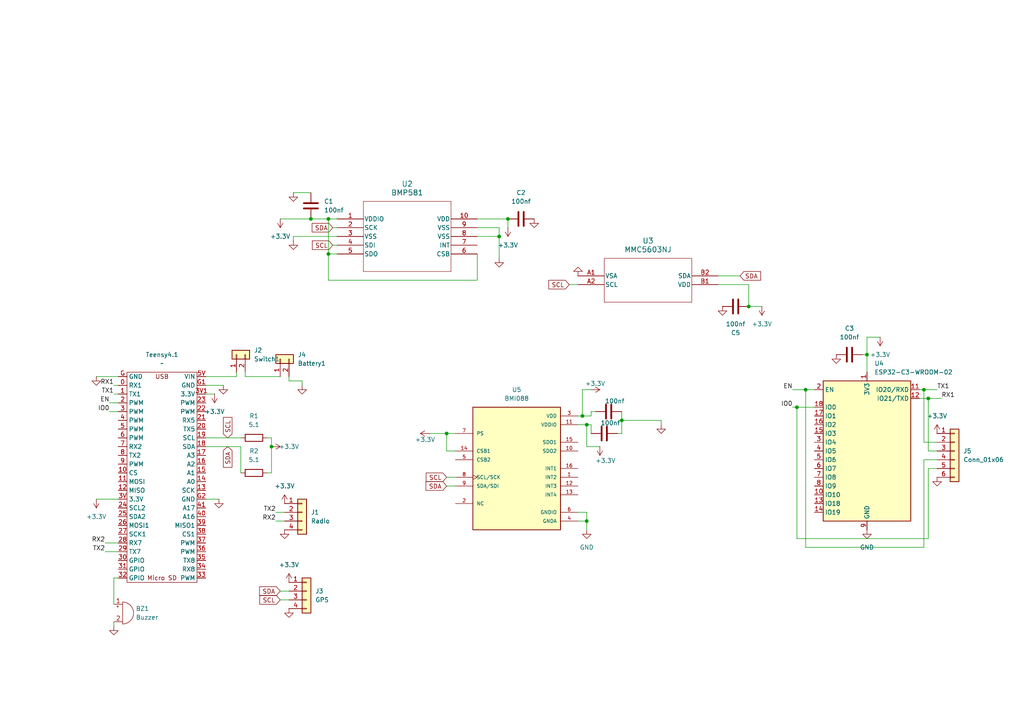
<source format=kicad_sch>
(kicad_sch (version 20250114) (generator "eeschema") (generator_version "9.0")
  (paper "A4")
  (lib_symbols
    (symbol "Altimer parts:BMP581" (pin_names (offset 0.254))
      (property "Reference" "U" (at 20.32 10.16 0))
      (property "Value" "BMP581" (at 20.32 7.62 0))
      (symbol "BMP581_0_1"
        (polyline (pts (xy 7.62 5.08) (xy 7.62 -15.24)) (stroke (width 0.127)))
        (polyline (pts (xy 7.62 -15.24) (xy 33.02 -15.24)) (stroke (width 0.127)))
        (polyline (pts (xy 33.02 5.08) (xy 7.62 5.08)) (stroke (width 0.127)))
        (polyline (pts (xy 33.02 -15.24) (xy 33.02 5.08)) (stroke (width 0.127)))
        (pin power_in line (at 0 0 0) (length 7.62) (name "VDDIO") (number "1"))
        (pin unspecified line (at 0 -2.54 0) (length 7.62) (name "SCK") (number "2"))
        (pin power_out line (at 0 -5.08 0) (length 7.62) (name "VSS") (number "3"))
        (pin unspecified line (at 0 -7.62 0) (length 7.62) (name "SDI") (number "4"))
        (pin unspecified line (at 0 -10.16 0) (length 7.62) (name "SDO") (number "5"))
        (pin power_in line (at 40.64 0 180) (length 7.62) (name "VDD") (number "10"))
        (pin power_out line (at 40.64 -2.54 180) (length 7.62) (name "VSS") (number "9"))
        (pin power_out line (at 40.64 -5.08 180) (length 7.62) (name "VSS") (number "8"))
        (pin input line (at 40.64 -7.62 180) (length 7.62) (name "INT") (number "7"))
        (pin unspecified line (at 40.64 -10.16 180) (length 7.62) (name "CSB") (number "6"))
      )
    )
    (symbol "Connector_Generic:Conn_01x02" (pin_names (offset 1.016) (hide yes))
      (property "Reference" "J" (at 0 2.54 0))
      (property "Value" "Conn_01x02" (at 0 -5.08 0))
      (symbol "Conn_01x02_1_1"
        (rectangle (start -1.27 1.27) (end 1.27 -3.81) (stroke (width 0.254)) (fill (type background)))
        (rectangle (start -1.27 0.127) (end 0 -0.127) (stroke (width 0.1524)))
        (rectangle (start -1.27 -2.413) (end 0 -2.667) (stroke (width 0.1524)))
        (pin passive line (at -5.08 0 0) (length 3.81) (name "Pin_1") (number "1"))
        (pin passive line (at -5.08 -2.54 0) (length 3.81) (name "Pin_2") (number "2"))
      )
    )
    (symbol "Connector_Generic:Conn_01x04" (pin_names (offset 1.016) (hide yes))
      (property "Reference" "J" (at 0 5.08 0))
      (property "Value" "Conn_01x04" (at 0 -7.62 0))
      (symbol "Conn_01x04_1_1"
        (rectangle (start -1.27 3.81) (end 1.27 -6.35) (stroke (width 0.254)) (fill (type background)))
        (rectangle (start -1.27 2.667) (end 0 2.413) (stroke (width 0.1524)))
        (rectangle (start -1.27 0.127) (end 0 -0.127) (stroke (width 0.1524)))
        (rectangle (start -1.27 -2.413) (end 0 -2.667) (stroke (width 0.1524)))
        (rectangle (start -1.27 -4.953) (end 0 -5.207) (stroke (width 0.1524)))
        (pin passive line (at -5.08 2.54 0) (length 3.81) (name "Pin_1") (number "1"))
        (pin passive line (at -5.08 0 0) (length 3.81) (name "Pin_2") (number "2"))
        (pin passive line (at -5.08 -2.54 0) (length 3.81) (name "Pin_3") (number "3"))
        (pin passive line (at -5.08 -5.08 0) (length 3.81) (name "Pin_4") (number "4"))
      )
    )
    (symbol "Connector_Generic:Conn_01x06" (pin_names (offset 1.016) (hide yes))
      (property "Reference" "J" (at 0 7.62 0))
      (property "Value" "Conn_01x06" (at 0 -10.16 0))
      (symbol "Conn_01x06_1_1"
        (rectangle (start -1.27 6.35) (end 1.27 -8.89) (stroke (width 0.254)) (fill (type background)))
        (rectangle (start -1.27 5.207) (end 0 4.953) (stroke (width 0.1524)))
        (rectangle (start -1.27 2.667) (end 0 2.413) (stroke (width 0.1524)))
        (rectangle (start -1.27 0.127) (end 0 -0.127) (stroke (width 0.1524)))
        (rectangle (start -1.27 -2.413) (end 0 -2.667) (stroke (width 0.1524)))
        (rectangle (start -1.27 -4.953) (end 0 -5.207) (stroke (width 0.1524)))
        (rectangle (start -1.27 -7.493) (end 0 -7.747) (stroke (width 0.1524)))
        (pin passive line (at -5.08 5.08 0) (length 3.81) (name "Pin_1") (number "1"))
        (pin passive line (at -5.08 2.54 0) (length 3.81) (name "Pin_2") (number "2"))
        (pin passive line (at -5.08 0 0) (length 3.81) (name "Pin_3") (number "3"))
        (pin passive line (at -5.08 -2.54 0) (length 3.81) (name "Pin_4") (number "4"))
        (pin passive line (at -5.08 -5.08 0) (length 3.81) (name "Pin_5") (number "5"))
        (pin passive line (at -5.08 -7.62 0) (length 3.81) (name "Pin_6") (number "6"))
      )
    )
    (symbol "Device:Buzzer" (pin_names (offset 0.0254) (hide yes))
      (property "Reference" "BZ" (at 3.81 1.27 0))
      (property "Value" "Buzzer" (at 3.81 -1.27 0))
      (symbol "Buzzer_0_1"
        (polyline (pts (xy -1.651 1.905) (xy -1.143 1.905)))
        (polyline (pts (xy -1.397 2.159) (xy -1.397 1.651)))
        (arc (start 0 3.175) (mid 3.1612 0) (end 0 -3.175))
        (polyline (pts (xy 0 3.175) (xy 0 -3.175)))
      )
      (symbol "Buzzer_1_1"
        (pin passive line (at -2.54 2.54 0) (length 2.54) (name "+") (number "1"))
        (pin passive line (at -2.54 -2.54 0) (length 2.54) (name "-") (number "2"))
      )
    )
    (symbol "Device:C" (pin_numbers (hide yes)) (pin_names (offset 0.254))
      (property "Reference" "C" (at 0.635 2.54 0))
      (property "Value" "C" (at 0.635 -2.54 0))
      (symbol "C_0_1"
        (polyline (pts (xy -2.032 0.762) (xy 2.032 0.762)) (stroke (width 0.508)))
        (polyline (pts (xy -2.032 -0.762) (xy 2.032 -0.762)) (stroke (width 0.508)))
      )
      (symbol "C_1_1"
        (pin passive line (at 0 3.81 270) (length 2.794) (name "~") (number "1"))
        (pin passive line (at 0 -3.81 90) (length 2.794) (name "~") (number "2"))
      )
    )
    (symbol "Device:R" (pin_numbers (hide yes)) (pin_names (offset 0))
      (property "Reference" "R" (at 2.032 0 90))
      (property "Value" "R" (at 0 0 90))
      (symbol "R_0_1"
        (rectangle (start -1.016 -2.54) (end 1.016 2.54) (stroke (width 0.254)))
      )
      (symbol "R_1_1"
        (pin passive line (at 0 3.81 270) (length 1.27) (name "~") (number "1"))
        (pin passive line (at 0 -3.81 90) (length 1.27) (name "~") (number "2"))
      )
    )
    (symbol "New IMU:BMI088" (pin_names (offset 1.016))
      (property "Reference" "U" (at -12.7 18.415 0))
      (property "Value" "BMI088" (at -12.7 -20.32 0))
      (symbol "BMI088_0_0"
        (rectangle (start -12.7 -17.78) (end 12.7 17.78) (stroke (width 0.254)) (fill (type background)))
        (pin input line (at -17.78 10.16 0) (length 5.08) (name "PS") (number "7"))
        (pin input line (at -17.78 5.08 0) (length 5.08) (name "CSB1") (number "14"))
        (pin input line (at -17.78 2.54 0) (length 5.08) (name "CSB2") (number "5"))
        (pin input clock (at -17.78 -2.54 0) (length 5.08) (name "SCL/SCK") (number "8"))
        (pin bidirectional line (at -17.78 -5.08 0) (length 5.08) (name "SDA/SDI") (number "9"))
        (pin passive line (at -17.78 -10.16 0) (length 5.08) (name "NC") (number "2"))
        (pin power_in line (at 17.78 15.24 180) (length 5.08) (name "VDD") (number "3"))
        (pin power_in line (at 17.78 12.7 180) (length 5.08) (name "VDDIO") (number "11"))
        (pin output line (at 17.78 7.62 180) (length 5.08) (name "SDO1") (number "15"))
        (pin output line (at 17.78 5.08 180) (length 5.08) (name "SDO2") (number "10"))
        (pin bidirectional line (at 17.78 0 180) (length 5.08) (name "INT1") (number "16"))
        (pin bidirectional line (at 17.78 -2.54 180) (length 5.08) (name "INT2") (number "1"))
        (pin bidirectional line (at 17.78 -5.08 180) (length 5.08) (name "INT3") (number "12"))
        (pin bidirectional line (at 17.78 -7.62 180) (length 5.08) (name "INT4") (number "13"))
        (pin power_in line (at 17.78 -12.7 180) (length 5.08) (name "GNDIO") (number "6"))
        (pin power_in line (at 17.78 -15.24 180) (length 5.08) (name "GNDA") (number "4"))
      )
    )
    (symbol "New IMU:MMC5603NJ" (pin_names (offset 0.254))
      (property "Reference" "U" (at 20.32 10.16 0))
      (property "Value" "MMC5603NJ" (at 20.32 7.62 0))
      (symbol "MMC5603NJ_0_1"
        (polyline (pts (xy 7.62 5.08) (xy 7.62 -7.62)) (stroke (width 0.127)))
        (polyline (pts (xy 7.62 -7.62) (xy 33.02 -7.62)) (stroke (width 0.127)))
        (polyline (pts (xy 33.02 5.08) (xy 7.62 5.08)) (stroke (width 0.127)))
        (polyline (pts (xy 33.02 -7.62) (xy 33.02 5.08)) (stroke (width 0.127)))
        (pin power_out line (at 0 0 0) (length 7.62) (name "VSA") (number "A1"))
        (pin input line (at 0 -2.54 0) (length 7.62) (name "SCL") (number "A2"))
        (pin bidirectional line (at 40.64 0 180) (length 7.62) (name "SDA") (number "B2"))
        (pin power_in line (at 40.64 -2.54 180) (length 7.62) (name "VDD") (number "B1"))
      )
    )
    (symbol "RF_Module:ESP32-C3-WROOM-02"
      (property "Reference" "U" (at -12.192 21.336 0))
      (property "Value" "ESP32-C3-WROOM-02" (at 12.192 21.336 0))
      (symbol "ESP32-C3-WROOM-02_1_1"
        (rectangle (start -12.7 20.32) (end 12.7 -20.32) (stroke (width 0.254)) (fill (type background)))
        (pin input line (at -15.24 17.78 0) (length 2.54) (name "EN") (number "2"))
        (pin bidirectional line (at -15.24 12.7 0) (length 2.54) (name "IO0") (number "18"))
        (pin bidirectional line (at -15.24 10.16 0) (length 2.54) (name "IO1") (number "17"))
        (pin bidirectional line (at -15.24 7.62 0) (length 2.54) (name "IO2") (number "16"))
        (pin bidirectional line (at -15.24 5.08 0) (length 2.54) (name "IO3") (number "15"))
        (pin bidirectional line (at -15.24 2.54 0) (length 2.54) (name "IO4") (number "3"))
        (pin bidirectional line (at -15.24 0 0) (length 2.54) (name "IO5") (number "4"))
        (pin bidirectional line (at -15.24 -2.54 0) (length 2.54) (name "IO6") (number "5"))
        (pin bidirectional line (at -15.24 -5.08 0) (length 2.54) (name "IO7") (number "6"))
        (pin bidirectional line (at -15.24 -7.62 0) (length 2.54) (name "IO8") (number "7"))
        (pin bidirectional line (at -15.24 -10.16 0) (length 2.54) (name "IO9") (number "8"))
        (pin bidirectional line (at -15.24 -12.7 0) (length 2.54) (name "IO10") (number "10"))
        (pin bidirectional line (at -15.24 -15.24 0) (length 2.54) (name "IO18") (number "13"))
        (pin bidirectional line (at -15.24 -17.78 0) (length 2.54) (name "IO19") (number "14"))
        (pin power_in line (at 0 22.86 270) (length 2.54) (name "3V3") (number "1"))
        (pin passive line (at 0 -22.86 90) (length 2.54) (hide yes) (name "GND") (number "19"))
        (pin power_in line (at 0 -22.86 90) (length 2.54) (name "GND") (number "9"))
        (pin bidirectional line (at 15.24 17.78 180) (length 2.54) (name "IO20/RXD") (number "11"))
        (pin bidirectional line (at 15.24 15.24 180) (length 2.54) (name "IO21/TXD") (number "12"))
      )
    )
    (symbol "power:+3.3V" (power) (pin_numbers (hide yes)) (pin_names (offset 0) (hide yes))
      (property "Value" "+3.3V" (at 0 3.556 0))
      (symbol "+3.3V_0_1"
        (polyline (pts (xy -0.762 1.27) (xy 0 2.54)))
        (polyline (pts (xy 0 2.54) (xy 0.762 1.27)))
        (polyline (pts (xy 0 0) (xy 0 2.54)))
      )
      (symbol "+3.3V_1_1"
        (pin power_in line (at 0 0 90) (length 0) (name "~") (number "1"))
      )
    )
    (symbol "power:GND" (power) (pin_numbers (hide yes)) (pin_names (offset 0) (hide yes))
      (property "Value" "GND" (at 0 -3.81 0))
      (symbol "GND_0_1"
        (polyline (pts (xy 0 0) (xy 0 -1.27) (xy 1.27 -1.27) (xy 0 -2.54) (xy -1.27 -1.27) (xy 0 -1.27)))
      )
      (symbol "GND_1_1"
        (pin power_in line (at 0 0 270) (length 0) (name "~") (number "1"))
      )
    )
    (symbol "teensy:Teensy4.1"
      (property "Reference" "Teensy4.1" (at 0 0 90))
      (symbol "Teensy4.1_0_1"
        (rectangle (start -10.16 30.48) (end 10.16 -30.48))
      )
      (symbol "Teensy4.1_1_1"
        (text "USB" (at 0 29.21 0) (effects (font (size 1.27 1.27))))
        (text "Micro SD" (at 0 -29.21 0) (effects (font (size 1.27 1.27))))
        (pin input line (at -12.7 29.21 0) (length 2.54) (name "GND") (number "G"))
        (pin input line (at -12.7 26.67 0) (length 2.54) (name "RX1") (number "0"))
        (pin input line (at -12.7 24.13 0) (length 2.54) (name "TX1") (number "1"))
        (pin input line (at -12.7 21.59 0) (length 2.54) (name "PWM") (number "2"))
        (pin input line (at -12.7 19.05 0) (length 2.54) (name "PWM") (number "3"))
        (pin input line (at -12.7 16.51 0) (length 2.54) (name "PWM") (number "4"))
        (pin input line (at -12.7 13.97 0) (length 2.54) (name "PWM") (number "5"))
        (pin input line (at -12.7 11.43 0) (length 2.54) (name "PWM") (number "6"))
        (pin input line (at -12.7 8.89 0) (length 2.54) (name "RX2") (number "7"))
        (pin input line (at -12.7 6.35 0) (length 2.54) (name "TX2") (number "8"))
        (pin input line (at -12.7 3.81 0) (length 2.54) (name "PWM") (number "9"))
        (pin input line (at -12.7 1.27 0) (length 2.54) (name "CS") (number "10"))
        (pin input line (at -12.7 -1.27 0) (length 2.54) (name "MOSI") (number "11"))
        (pin input line (at -12.7 -3.81 0) (length 2.54) (name "MISO") (number "12"))
        (pin input line (at -12.7 -6.35 0) (length 2.54) (name "3.3V") (number "3V"))
        (pin input line (at -12.7 -8.89 0) (length 2.54) (name "SCL2") (number "24"))
        (pin input line (at -12.7 -11.43 0) (length 2.54) (name "SDA2") (number "25"))
        (pin input line (at -12.7 -13.97 0) (length 2.54) (name "MOSI1") (number "26"))
        (pin input line (at -12.7 -16.51 0) (length 2.54) (name "SCK1") (number "27"))
        (pin input line (at -12.7 -19.05 0) (length 2.54) (name "RX7") (number "28"))
        (pin input line (at -12.7 -21.59 0) (length 2.54) (name "TX7") (number "29"))
        (pin input line (at -12.7 -24.13 0) (length 2.54) (name "GPIO") (number "30"))
        (pin input line (at -12.7 -26.67 0) (length 2.54) (name "GPIO") (number "31"))
        (pin input line (at -12.7 -29.21 0) (length 2.54) (name "GPIO") (number "32"))
        (pin input line (at 12.7 29.21 180) (length 2.54) (name "VIN") (number "5V"))
        (pin input line (at 12.7 26.67 180) (length 2.54) (name "GND") (number "G1"))
        (pin input line (at 12.7 24.13 180) (length 2.54) (name "3.3V") (number "3V1"))
        (pin input line (at 12.7 21.59 180) (length 2.54) (name "PWM") (number "23"))
        (pin input line (at 12.7 19.05 180) (length 2.54) (name "PWM") (number "22"))
        (pin input line (at 12.7 16.51 180) (length 2.54) (name "RX5") (number "21"))
        (pin input line (at 12.7 13.97 180) (length 2.54) (name "TX5") (number "20"))
        (pin input line (at 12.7 11.43 180) (length 2.54) (name "SCL") (number "19"))
        (pin input line (at 12.7 8.89 180) (length 2.54) (name "SDA") (number "18"))
        (pin input line (at 12.7 6.35 180) (length 2.54) (name "A3") (number "17"))
        (pin input line (at 12.7 3.81 180) (length 2.54) (name "A2") (number "16"))
        (pin input line (at 12.7 1.27 180) (length 2.54) (name "A1") (number "15"))
        (pin input line (at 12.7 -1.27 180) (length 2.54) (name "A0") (number "14"))
        (pin input line (at 12.7 -3.81 180) (length 2.54) (name "SCK") (number "13"))
        (pin input line (at 12.7 -6.35 180) (length 2.54) (name "GND") (number "G2"))
        (pin input line (at 12.7 -8.89 180) (length 2.54) (name "A17") (number "41"))
        (pin input line (at 12.7 -11.43 180) (length 2.54) (name "A16") (number "40"))
        (pin input line (at 12.7 -13.97 180) (length 2.54) (name "MISO1") (number "39"))
        (pin input line (at 12.7 -16.51 180) (length 2.54) (name "CS1") (number "38"))
        (pin input line (at 12.7 -19.05 180) (length 2.54) (name "PWM") (number "37"))
        (pin input line (at 12.7 -21.59 180) (length 2.54) (name "PWM") (number "36"))
        (pin input line (at 12.7 -24.13 180) (length 2.54) (name "TX8") (number "35"))
        (pin input line (at 12.7 -26.67 180) (length 2.54) (name "RX8") (number "34"))
        (pin input line (at 12.7 -29.21 180) (length 2.54) (name "PWM") (number "33"))
      )
    )
  )
  (junction (at 147.32 63.5))
  (junction (at 231.14 118.11))
  (junction (at 180.34 121.92))
  (junction (at 129.54 125.73))
  (junction (at 90.17 63.5))
  (junction (at 233.68 113.03))
  (junction (at 170.18 151.13))
  (junction (at 78.74 129.54))
  (junction (at 95.25 73.66))
  (junction (at 217.17 88.9))
  (junction (at 170.18 123.19))
  (junction (at 269.24 115.57))
  (junction (at 251.46 102.87))
  (junction (at 144.78 68.58))
  (junction (at 168.91 120.65))
  (junction (at 267.97 113.03))
  (junction (at 95.25 63.5))
  (wire (pts (xy 90.17 63.5) (xy 81.28 63.5)))
  (wire (pts (xy 179.07 125.73) (xy 180.34 125.73)))
  (wire (pts (xy 59.69 144.78) (xy 63.5 144.78)))
  (wire (pts (xy 31.75 116.84) (xy 34.29 116.84)))
  (wire (pts (xy 33.02 180.34) (xy 33.02 181.61)))
  (wire (pts (xy 233.68 158.75) (xy 233.68 113.03)))
  (wire (pts (xy 269.24 135.89) (xy 269.24 156.21)))
  (wire (pts (xy 27.94 144.78) (xy 34.29 144.78)))
  (wire (pts (xy 30.48 157.48) (xy 34.29 157.48)))
  (wire (pts (xy 180.34 125.73) (xy 180.34 121.92)))
  (wire (pts (xy 165.1 82.55) (xy 167.64 82.55)))
  (wire (pts (xy 59.69 129.54) (xy 69.85 129.54)))
  (wire (pts (xy 97.79 63.5) (xy 95.25 63.5)))
  (wire (pts (xy 97.79 71.12) (xy 96.52 71.12)))
  (wire (pts (xy 147.32 66.04) (xy 147.32 63.5)))
  (wire (pts (xy 138.43 73.66) (xy 138.43 81.28)))
  (wire (pts (xy 167.64 123.19) (xy 170.18 123.19)))
  (wire (pts (xy 129.54 125.73) (xy 132.08 125.73)))
  (wire (pts (xy 138.43 68.58) (xy 144.78 68.58)))
  (wire (pts (xy 33.02 175.26) (xy 33.02 167.64)))
  (wire (pts (xy 251.46 102.87) (xy 251.46 107.95)))
  (wire (pts (xy 170.18 129.54) (xy 170.18 123.19)))
  (wire (pts (xy 168.91 120.65) (xy 171.45 120.65)))
  (wire (pts (xy 95.25 81.28) (xy 95.25 73.66)))
  (wire (pts (xy 271.78 113.03) (xy 267.97 113.03)))
  (wire (pts (xy 95.25 73.66) (xy 95.25 63.5)))
  (wire (pts (xy 138.43 63.5) (xy 147.32 63.5)))
  (wire (pts (xy 30.48 160.02) (xy 34.29 160.02)))
  (wire (pts (xy 217.17 82.55) (xy 217.17 88.9)))
  (wire (pts (xy 78.74 137.16) (xy 78.74 129.54)))
  (wire (pts (xy 31.75 119.38) (xy 34.29 119.38)))
  (wire (pts (xy 229.87 118.11) (xy 231.14 118.11)))
  (wire (pts (xy 170.18 123.19) (xy 171.45 123.19)))
  (wire (pts (xy 81.28 171.45) (xy 83.82 171.45)))
  (wire (pts (xy 124.46 125.73) (xy 129.54 125.73)))
  (wire (pts (xy 271.78 128.27) (xy 267.97 128.27)))
  (wire (pts (xy 85.09 68.58) (xy 85.09 69.85)))
  (wire (pts (xy 129.54 140.97) (xy 132.08 140.97)))
  (wire (pts (xy 191.77 121.92) (xy 180.34 121.92)))
  (wire (pts (xy 77.47 137.16) (xy 78.74 137.16)))
  (wire (pts (xy 129.54 130.81) (xy 129.54 125.73)))
  (wire (pts (xy 273.05 115.57) (xy 269.24 115.57)))
  (wire (pts (xy 95.25 73.66) (xy 97.79 73.66)))
  (wire (pts (xy 78.74 129.54) (xy 78.74 127)))
  (wire (pts (xy 59.69 109.22) (xy 68.58 109.22)))
  (wire (pts (xy 191.77 121.92) (xy 191.77 123.19)))
  (wire (pts (xy 267.97 128.27) (xy 267.97 113.03)))
  (wire (pts (xy 167.64 120.65) (xy 168.91 120.65)))
  (wire (pts (xy 83.82 109.22) (xy 83.82 110.49)))
  (wire (pts (xy 170.18 151.13) (xy 170.18 153.67)))
  (wire (pts (xy 269.24 156.21) (xy 231.14 156.21)))
  (wire (pts (xy 71.12 107.95) (xy 71.12 109.22)))
  (wire (pts (xy 33.02 167.64) (xy 34.29 167.64)))
  (wire (pts (xy 167.64 148.59) (xy 170.18 148.59)))
  (wire (pts (xy 167.64 151.13) (xy 170.18 151.13)))
  (wire (pts (xy 62.23 114.3) (xy 59.69 114.3)))
  (wire (pts (xy 138.43 81.28) (xy 95.25 81.28)))
  (wire (pts (xy 231.14 118.11) (xy 236.22 118.11)))
  (wire (pts (xy 77.47 127) (xy 78.74 127)))
  (wire (pts (xy 27.94 109.22) (xy 34.29 109.22)))
  (wire (pts (xy 87.63 110.49) (xy 83.82 110.49)))
  (wire (pts (xy 138.43 66.04) (xy 144.78 66.04)))
  (wire (pts (xy 171.45 119.38) (xy 172.72 119.38)))
  (wire (pts (xy 250.19 102.87) (xy 251.46 102.87)))
  (wire (pts (xy 233.68 113.03) (xy 236.22 113.03)))
  (wire (pts (xy 229.87 113.03) (xy 233.68 113.03)))
  (wire (pts (xy 267.97 133.35) (xy 267.97 158.75)))
  (wire (pts (xy 81.28 173.99) (xy 83.82 173.99)))
  (wire (pts (xy 251.46 97.79) (xy 251.46 102.87)))
  (wire (pts (xy 269.24 115.57) (xy 269.24 130.81)))
  (wire (pts (xy 132.08 130.81) (xy 129.54 130.81)))
  (wire (pts (xy 80.01 151.13) (xy 82.55 151.13)))
  (wire (pts (xy 271.78 133.35) (xy 267.97 133.35)))
  (wire (pts (xy 208.28 80.01) (xy 214.63 80.01)))
  (wire (pts (xy 208.28 82.55) (xy 217.17 82.55)))
  (wire (pts (xy 71.12 109.22) (xy 81.28 109.22)))
  (wire (pts (xy 171.45 120.65) (xy 171.45 119.38)))
  (wire (pts (xy 271.78 130.81) (xy 269.24 130.81)))
  (wire (pts (xy 95.25 63.5) (xy 90.17 63.5)))
  (wire (pts (xy 269.24 115.57) (xy 266.7 115.57)))
  (wire (pts (xy 255.27 97.79) (xy 251.46 97.79)))
  (wire (pts (xy 217.17 88.9) (xy 220.98 88.9)))
  (wire (pts (xy 171.45 113.03) (xy 168.91 113.03)))
  (wire (pts (xy 97.79 68.58) (xy 85.09 68.58)))
  (wire (pts (xy 129.54 138.43) (xy 132.08 138.43)))
  (wire (pts (xy 33.02 114.3) (xy 34.29 114.3)))
  (wire (pts (xy 59.69 127) (xy 69.85 127)))
  (wire (pts (xy 171.45 123.19) (xy 171.45 125.73)))
  (wire (pts (xy 80.01 148.59) (xy 82.55 148.59)))
  (wire (pts (xy 87.63 110.49) (xy 87.63 111.76)))
  (wire (pts (xy 69.85 137.16) (xy 69.85 129.54)))
  (wire (pts (xy 59.69 111.76) (xy 64.77 111.76)))
  (wire (pts (xy 267.97 113.03) (xy 266.7 113.03)))
  (wire (pts (xy 180.34 121.92) (xy 180.34 119.38)))
  (wire (pts (xy 271.78 135.89) (xy 269.24 135.89)))
  (wire (pts (xy 85.09 55.88) (xy 90.17 55.88)))
  (wire (pts (xy 233.68 158.75) (xy 267.97 158.75)))
  (wire (pts (xy 33.02 111.76) (xy 34.29 111.76)))
  (wire (pts (xy 168.91 113.03) (xy 168.91 120.65)))
  (wire (pts (xy 170.18 148.59) (xy 170.18 151.13)))
  (wire (pts (xy 231.14 156.21) (xy 231.14 118.11)))
  (wire (pts (xy 144.78 74.93) (xy 144.78 68.58)))
  (wire (pts (xy 96.52 66.04) (xy 97.79 66.04)))
  (wire (pts (xy 173.99 129.54) (xy 170.18 129.54)))
  (wire (pts (xy 144.78 66.04) (xy 144.78 68.58)))
  (wire (pts (xy 68.58 107.95) (xy 68.58 109.22)))
  (label "IO0" (at 229.87 118.11 180))
  (label "TX2" (at 30.48 160.02 180))
  (label "RX1" (at 273.05 115.57 0))
  (label "EN" (at 31.75 116.84 180))
  (label "EN" (at 229.87 113.03 180))
  (label "IO0" (at 31.75 119.38 180))
  (label "RX1" (at 33.02 111.76 180))
  (label "RX2" (at 80.01 151.13 180))
  (label "TX1" (at 271.78 113.03 0))
  (label "TX1" (at 33.02 114.3 180))
  (label "RX2" (at 30.48 157.48 180))
  (label "TX2" (at 80.01 148.59 180))
  (label "" (at 82.55 148.59 180))
  (global_label "SCL" (shape input) (at 129.54 138.43 180) (property "Intersheetrefs" "${INTERSHEET_REFS}" (effects (hide yes))))
  (global_label "SCL" (shape input) (at 96.52 71.12 180) (property "Intersheetrefs" "${INTERSHEET_REFS}" (effects (hide yes))))
  (global_label "SDA" (shape input) (at 66.04 129.54 270) (property "Intersheetrefs" "${INTERSHEET_REFS}" (effects (hide yes))))
  (global_label "SDA" (shape input) (at 96.52 66.04 180) (property "Intersheetrefs" "${INTERSHEET_REFS}" (effects (hide yes))))
  (global_label "SCL" (shape input) (at 81.28 173.99 180) (property "Intersheetrefs" "${INTERSHEET_REFS}" (effects (hide yes))))
  (global_label "SCL" (shape input) (at 165.1 82.55 180) (property "Intersheetrefs" "${INTERSHEET_REFS}" (effects (hide yes))))
  (global_label "SDA" (shape input) (at 81.28 171.45 180) (property "Intersheetrefs" "${INTERSHEET_REFS}" (effects (hide yes))))
  (global_label "SCL" (shape input) (at 66.04 127 90) (property "Intersheetrefs" "${INTERSHEET_REFS}" (effects (hide yes))))
  (global_label "SDA" (shape input) (at 214.63 80.01 0) (property "Intersheetrefs" "${INTERSHEET_REFS}" (effects (hide yes))))
  (global_label "SDA" (shape input) (at 129.54 140.97 180) (property "Intersheetrefs" "${INTERSHEET_REFS}" (effects (hide yes))))
  (symbol (lib_id "Device:C") (at 151.13 63.5 270) (unit 1)
    (property "Reference" "C2" (at 151.13 55.88 90))
    (property "Value" "100nf" (at 151.13 58.42 90))
    (property "Footprint" "Capacitor_SMD:C_0603_1608Metric" (effects (hide yes)))
    (property "Description" "Unpolarized capacitor" (effects (hide yes)))
  )
  (symbol (lib_id "power:+3.3V") (at 171.45 113.03 270) (unit 1)
    (property "Reference" "#PWR028" (effects (hide yes)))
    (property "Value" "+3.3V" (at 169.672 111.252 90) (effects (justify left)))
    (property "Description" "Power symbol creates a global label with name \"+3.3V\"" (effects (hide yes)))
  )
  (symbol (lib_id "power:+3.3V") (at 27.94 144.78 180) (unit 1)
    (property "Reference" "#PWR023" (effects (hide yes)))
    (property "Value" "+3.3V" (at 27.94 149.86 0))
    (property "Description" "Power symbol creates a global label with name \"+3.3V\"" (effects (hide yes)))
  )
  (symbol (lib_id "power:GND") (at 64.77 111.76 0) (unit 1)
    (property "Reference" "#PWR04" (effects (hide yes)))
    (property "Value" "GND" (effects (hide yes)))
    (property "Description" "Power symbol creates a global label with name \"GND\" , ground" (effects (hide yes)))
  )
  (symbol (lib_id "power:+3.3V") (at 81.28 63.5 180) (unit 1)
    (property "Reference" "#PWR017" (effects (hide yes)))
    (property "Value" "+3.3V" (at 81.28 68.58 0))
    (property "Description" "Power symbol creates a global label with name \"+3.3V\"" (effects (hide yes)))
  )
  (symbol (lib_id "Device:R") (at 73.66 127 90) (unit 1)
    (property "Reference" "R1" (at 73.66 120.65 90))
    (property "Value" "5.1" (at 73.66 123.19 90))
    (property "Footprint" "Resistor_SMD:R_0402_1005Metric" (effects (hide yes)))
    (property "Description" "Resistor" (effects (hide yes)))
  )
  (symbol (lib_id "teensy:Teensy4.1") (at 46.99 138.43 0) (unit 1)
    (property "Reference" "Teensy4.1" (at 46.99 102.87 0))
    (property "Value" "~" (at 46.99 105.41 0))
    (property "Footprint" "footprint:teensy" (effects (hide yes)))
  )
  (symbol (lib_id "Device:C") (at 175.26 125.73 90) (unit 1)
    (property "Reference" "C4" (effects (hide yes)))
    (property "Value" "100nf" (at 177.038 122.682 90))
    (property "Footprint" "Capacitor_SMD:C_0603_1608Metric" (effects (hide yes)))
    (property "Description" "Unpolarized capacitor" (effects (hide yes)))
  )
  (symbol (lib_id "Connector_Generic:Conn_01x04") (at 87.63 148.59 0) (unit 1)
    (property "Reference" "J1" (at 90.17 148.5899 0) (effects (justify left)))
    (property "Value" "Radio" (at 90.17 151.1299 0) (effects (justify left)))
    (property "Footprint" "Connector_JST:JST_XH_S4B-XH-A_1x04_P2.50mm_Horizontal" (effects (hide yes)))
    (property "Description" "Generic connector, single row, 01x04, script generated (kicad-library-utils/schlib/autogen/connector/)" (effects (hide yes)))
  )
  (symbol (lib_id "New IMU:MMC5603NJ") (at 167.64 80.01 0) (unit 1)
    (property "Reference" "U3" (at 187.96 69.85 0) (effects (font (size 1.524 1.524))))
    (property "Value" "MMC5603NJ" (at 187.96 72.39 0) (effects (font (size 1.524 1.524))))
    (property "Footprint" "Ethan parts:WLP4_0P82X0P82_MEM" (effects (hide yes)))
    (property "Datasheet" "MMC5603NJ" (effects (hide yes)))
  )
  (symbol (lib_id "Altimer parts:BMP581") (at 97.79 63.5 0) (unit 1)
    (property "Reference" "U2" (at 118.11 53.34 0) (effects (font (size 1.524 1.524))))
    (property "Value" "BMP581" (at 118.11 55.88 0) (effects (font (size 1.524 1.524))))
    (property "Footprint" "Ethan parts:QFN10_BMP581_BOS" (effects (hide yes)))
    (property "Datasheet" "BMP581" (effects (hide yes)))
  )
  (symbol (lib_id "Device:C") (at 246.38 102.87 90) (unit 1)
    (property "Reference" "C3" (at 246.38 95.25 90))
    (property "Value" "100nf" (at 246.38 97.79 90))
    (property "Footprint" "Capacitor_SMD:C_0603_1608Metric" (effects (hide yes)))
    (property "Description" "Unpolarized capacitor" (effects (hide yes)))
  )
  (symbol (lib_id "power:GND") (at 154.94 63.5 0) (unit 1)
    (property "Reference" "#PWR019" (effects (hide yes)))
    (property "Value" "GND" (effects (hide yes)))
    (property "Description" "Power symbol creates a global label with name \"GND\" , ground" (effects (hide yes)))
  )
  (symbol (lib_id "power:GND") (at 271.78 138.43 0) (unit 1)
    (property "Reference" "#PWR025" (effects (hide yes)))
    (property "Value" "GND" (effects (hide yes)))
    (property "Description" "Power symbol creates a global label with name \"GND\" , ground" (effects (hide yes)))
  )
  (symbol (lib_id "power:+3.3V") (at 173.99 129.54 180) (unit 1)
    (property "Reference" "#PWR031" (effects (hide yes)))
    (property "Value" "+3.3V" (at 178.562 133.604 0) (effects (justify left)))
    (property "Description" "Power symbol creates a global label with name \"+3.3V\"" (effects (hide yes)))
  )
  (symbol (lib_id "power:GND") (at 170.18 153.67 0) (unit 1)
    (property "Reference" "#PWR06" (effects (hide yes)))
    (property "Value" "GND" (at 170.18 158.75 0))
    (property "Description" "Power symbol creates a global label with name \"GND\" , ground" (effects (hide yes)))
  )
  (symbol (lib_id "power:+3.3V") (at 271.78 125.73 0) (unit 1)
    (property "Reference" "#PWR024" (effects (hide yes)))
    (property "Value" "+3.3V" (at 271.78 120.65 0))
    (property "Description" "Power symbol creates a global label with name \"+3.3V\"" (effects (hide yes)))
  )
  (symbol (lib_id "Connector_Generic:Conn_01x06") (at 276.86 130.81 0) (unit 1)
    (property "Reference" "J5" (at 279.4 130.8099 0) (effects (justify left)))
    (property "Value" "Conn_01x06" (at 279.4 133.3499 0) (effects (justify left)))
    (property "Footprint" "Connector_JST:JST_XH_B6B-XH-A_1x06_P2.50mm_Vertical" (effects (hide yes)))
    (property "Description" "Generic connector, single row, 01x06, script generated (kicad-library-utils/schlib/autogen/connector/)" (effects (hide yes)))
  )
  (symbol (lib_id "power:+3.3V") (at 124.46 125.73 90) (unit 1)
    (property "Reference" "#PWR07" (effects (hide yes)))
    (property "Value" "+3.3V" (at 126.238 127.508 90) (effects (justify left)))
    (property "Description" "Power symbol creates a global label with name \"+3.3V\"" (effects (hide yes)))
  )
  (symbol (lib_id "Device:C") (at 90.17 59.69 0) (unit 1)
    (property "Reference" "C1" (at 93.98 58.4199 0) (effects (justify left)))
    (property "Value" "100nf" (at 93.98 60.9599 0) (effects (justify left)))
    (property "Footprint" "Capacitor_SMD:C_0201_0603Metric" (effects (hide yes)))
    (property "Description" "Unpolarized capacitor" (effects (hide yes)))
  )
  (symbol (lib_id "power:GND") (at 87.63 111.76 0) (unit 1)
    (property "Reference" "#PWR05" (effects (hide yes)))
    (property "Value" "GND" (effects (hide yes)))
    (property "Description" "Power symbol creates a global label with name \"GND\" , ground" (effects (hide yes)))
  )
  (symbol (lib_id "power:GND") (at 167.64 80.01 180) (unit 1)
    (property "Reference" "#PWR012" (effects (hide yes)))
    (property "Value" "GND" (effects (hide yes)))
    (property "Description" "Power symbol creates a global label with name \"GND\" , ground" (effects (hide yes)))
  )
  (symbol (lib_id "power:+3.3V") (at 82.55 146.05 0) (unit 1)
    (property "Reference" "#PWR020" (effects (hide yes)))
    (property "Value" "+3.3V" (at 82.55 140.97 0))
    (property "Description" "Power symbol creates a global label with name \"+3.3V\"" (effects (hide yes)))
  )
  (symbol (lib_id "power:GND") (at 27.94 109.22 0) (unit 1)
    (property "Reference" "#PWR01" (effects (hide yes)))
    (property "Value" "GND" (effects (hide yes)))
    (property "Description" "Power symbol creates a global label with name \"GND\" , ground" (effects (hide yes)))
  )
  (symbol (lib_id "power:GND") (at 33.02 181.61 0) (unit 1)
    (property "Reference" "#PWR030" (effects (hide yes)))
    (property "Value" "GND" (effects (hide yes)))
    (property "Description" "Power symbol creates a global label with name \"GND\" , ground" (effects (hide yes)))
  )
  (symbol (lib_id "Connector_Generic:Conn_01x04") (at 88.9 171.45 0) (unit 1)
    (property "Reference" "J3" (at 91.44 171.4499 0) (effects (justify left)))
    (property "Value" "GPS" (at 91.44 173.9899 0) (effects (justify left)))
    (property "Footprint" "Connector_JST:JST_XH_S4B-XH-A-1_1x04_P2.50mm_Horizontal" (effects (hide yes)))
    (property "Description" "Generic connector, single row, 01x04, script generated (kicad-library-utils/schlib/autogen/connector/)" (effects (hide yes)))
  )
  (symbol (lib_id "power:+3.3V") (at 147.32 66.04 180) (unit 1)
    (property "Reference" "#PWR018" (effects (hide yes)))
    (property "Value" "+3.3V" (at 147.32 71.12 0))
    (property "Description" "Power symbol creates a global label with name \"+3.3V\"" (effects (hide yes)))
  )
  (symbol (lib_id "Connector_Generic:Conn_01x02") (at 81.28 104.14 90) (unit 1)
    (property "Reference" "J4" (at 86.36 102.8699 90) (effects (justify right)))
    (property "Value" "Battery1" (at 86.36 105.4099 90) (effects (justify right)))
    (property "Footprint" "Connector_JST:JST_XH_S2B-XH-A_1x02_P2.50mm_Horizontal" (effects (hide yes)))
    (property "Description" "Generic connector, single row, 01x02, script generated (kicad-library-utils/schlib/autogen/connector/)" (effects (hide yes)))
  )
  (symbol (lib_id "power:GND") (at 83.82 176.53 0) (unit 1)
    (property "Reference" "#PWR03" (effects (hide yes)))
    (property "Value" "GND" (effects (hide yes)))
    (property "Description" "Power symbol creates a global label with name \"GND\" , ground" (effects (hide yes)))
  )
  (symbol (lib_id "power:+3.3V") (at 78.74 129.54 270) (unit 1)
    (property "Reference" "#PWR013" (effects (hide yes)))
    (property "Value" "+3.3V" (at 83.82 129.54 90))
    (property "Description" "Power symbol creates a global label with name \"+3.3V\"" (effects (hide yes)))
  )
  (symbol (lib_id "power:+3.3V") (at 255.27 97.79 180) (unit 1)
    (property "Reference" "#PWR014" (effects (hide yes)))
    (property "Value" "+3.3V" (at 255.27 102.87 0))
    (property "Description" "Power symbol creates a global label with name \"+3.3V\"" (effects (hide yes)))
  )
  (symbol (lib_id "power:GND") (at 85.09 69.85 0) (unit 1)
    (property "Reference" "#PWR09" (effects (hide yes)))
    (property "Value" "GND" (effects (hide yes)))
    (property "Description" "Power symbol creates a global label with name \"GND\" , ground" (effects (hide yes)))
  )
  (symbol (lib_id "Connector_Generic:Conn_01x02") (at 68.58 102.87 90) (unit 1)
    (property "Reference" "J2" (at 73.66 101.5999 90) (effects (justify right)))
    (property "Value" "Switch1" (at 73.66 104.1399 90) (effects (justify right)))
    (property "Footprint" "Connector_JST:JST_XH_S2B-XH-A-1_1x02_P2.50mm_Horizontal" (effects (hide yes)))
    (property "Description" "Generic connector, single row, 01x02, script generated (kicad-library-utils/schlib/autogen/connector/)" (effects (hide yes)))
  )
  (symbol (lib_id "power:GND") (at 242.57 102.87 0) (unit 1)
    (property "Reference" "#PWR015" (effects (hide yes)))
    (property "Value" "GND" (effects (hide yes)))
    (property "Description" "Power symbol creates a global label with name \"GND\" , ground" (effects (hide yes)))
  )
  (symbol (lib_id "power:GND") (at 63.5 144.78 0) (unit 1)
    (property "Reference" "#PWR011" (effects (hide yes)))
    (property "Value" "GND" (effects (hide yes)))
    (property "Description" "Power symbol creates a global label with name \"GND\" , ground" (effects (hide yes)))
  )
  (symbol (lib_id "power:GND") (at 82.55 153.67 0) (unit 1)
    (property "Reference" "#PWR022" (effects (hide yes)))
    (property "Value" "GND" (effects (hide yes)))
    (property "Description" "Power symbol creates a global label with name \"GND\" , ground" (effects (hide yes)))
  )
  (symbol (lib_id "power:+3.3V") (at 83.82 168.91 0) (unit 1)
    (property "Reference" "#PWR021" (effects (hide yes)))
    (property "Value" "+3.3V" (at 83.82 163.83 0))
    (property "Description" "Power symbol creates a global label with name \"+3.3V\"" (effects (hide yes)))
  )
  (symbol (lib_id "power:GND") (at 251.46 153.67 0) (unit 1)
    (property "Reference" "#PWR010" (effects (hide yes)))
    (property "Value" "GND" (at 251.46 158.75 0))
    (property "Description" "Power symbol creates a global label with name \"GND\" , ground" (effects (hide yes)))
  )
  (symbol (lib_id "Device:Buzzer") (at 35.56 177.8 0) (unit 1)
    (property "Reference" "BZ1" (at 39.37 176.5299 0) (effects (justify left)))
    (property "Value" "Buzzer" (at 39.37 179.0699 0) (effects (justify left)))
    (property "Footprint" "Buzzer_Beeper:Buzzer_TDK_PS1240P02BT_D12.2mm_H6.5mm" (effects (hide yes)))
    (property "Description" "Buzzer, polarized" (effects (hide yes)))
  )
  (symbol (lib_id "power:GND") (at 85.09 55.88 0) (unit 1)
    (property "Reference" "#PWR016" (effects (hide yes)))
    (property "Value" "GND" (effects (hide yes)))
    (property "Description" "Power symbol creates a global label with name \"GND\" , ground" (effects (hide yes)))
  )
  (symbol (lib_id "power:+3.3V") (at 220.98 88.9 180) (unit 1)
    (property "Reference" "#PWR026" (effects (hide yes)))
    (property "Value" "+3.3V" (at 220.98 93.98 0))
    (property "Description" "Power symbol creates a global label with name \"+3.3V\"" (effects (hide yes)))
  )
  (symbol (lib_id "power:GND") (at 191.77 123.19 0) (unit 1)
    (property "Reference" "#PWR029" (effects (hide yes)))
    (property "Value" "GND" (effects (hide yes)))
    (property "Description" "Power symbol creates a global label with name \"GND\" , ground" (effects (hide yes)))
  )
  (symbol (lib_id "Device:C") (at 176.53 119.38 90) (unit 1)
    (property "Reference" "C6" (effects (hide yes)))
    (property "Value" "100nf" (at 178.308 116.332 90))
    (property "Footprint" "Capacitor_SMD:C_0603_1608Metric" (effects (hide yes)))
    (property "Description" "Unpolarized capacitor" (effects (hide yes)))
  )
  (symbol (lib_id "RF_Module:ESP32-C3-WROOM-02") (at 251.46 130.81 0) (unit 1)
    (property "Reference" "U4" (at 253.6033 105.41 0) (effects (justify left)))
    (property "Value" "ESP32-C3-WROOM-02" (at 253.6033 107.95 0) (effects (justify left)))
    (property "Footprint" "RF_Module:ESP32-C3-WROOM-02" (effects (hide yes)))
    (property "Datasheet" "https://www.espressif.com/sites/default/files/documentation/esp32-c3-wroom-02_datasheet_en.pdf" (effects (hide yes)))
    (property "Description" "802.11 b/g/n Wi­Fi and Bluetooth 5 module, ESP32­C3 SoC, RISC­V microprocessor, On-board antenna" (effects (hide yes)))
  )
  (symbol (lib_id "Device:R") (at 73.66 137.16 90) (unit 1)
    (property "Reference" "R2" (at 73.66 130.81 90))
    (property "Value" "5.1" (at 73.66 133.35 90))
    (property "Footprint" "Resistor_SMD:R_0402_1005Metric" (effects (hide yes)))
    (property "Description" "Resistor" (effects (hide yes)))
  )
  (symbol (lib_id "power:GND") (at 144.78 74.93 0) (unit 1)
    (property "Reference" "#PWR08" (effects (hide yes)))
    (property "Value" "GND" (effects (hide yes)))
    (property "Description" "Power symbol creates a global label with name \"GND\" , ground" (effects (hide yes)))
  )
  (symbol (lib_id "Device:C") (at 213.36 88.9 270) (unit 1)
    (property "Reference" "C5" (at 213.36 96.52 90))
    (property "Value" "100nf" (at 213.36 93.98 90))
    (property "Footprint" "Capacitor_SMD:C_0603_1608Metric" (effects (hide yes)))
    (property "Description" "Unpolarized capacitor" (effects (hide yes)))
  )
  (symbol (lib_id "power:GND") (at 209.55 88.9 0) (unit 1)
    (property "Reference" "#PWR027" (effects (hide yes)))
    (property "Value" "GND" (effects (hide yes)))
    (property "Description" "Power symbol creates a global label with name \"GND\" , ground" (effects (hide yes)))
  )
  (symbol (lib_id "New IMU:BMI088") (at 149.86 135.89 0) (unit 1)
    (property "Reference" "U5" (at 149.86 113.03 0))
    (property "Value" "BMI088" (at 149.86 115.57 0))
    (property "Footprint" "Ethan parts:WLP4_0P82X0P82_MEM" (effects (hide yes)))
    (property "Description" "Accelerometer, Gyroscope, 6 Axis Sensor I²C, SPI Output" (effects (hide yes)))
    (property "MF" "Bosch Sensortec" (effects (hide yes)))
    (property "PURCHASE-URL" "https://pricing.snapeda.com/search/part/BMI088/?ref=eda" (effects (hide yes)))
    (property "PACKAGE" "VFLGA-16 Bosch Sensortec" (effects (hide yes)))
    (property "PRICE" "None" (effects (hide yes)))
    (property "MP" "BMI088" (effects (hide yes)))
    (property "AVAILABILITY" "In Stock" (effects (hide yes)))
  )
  (symbol (lib_id "power:+3.3V") (at 62.23 114.3 180) (unit 1)
    (property "Reference" "#PWR02" (effects (hide yes)))
    (property "Value" "+3.3V" (at 62.23 119.38 0))
    (property "Description" "Power symbol creates a global label with name \"+3.3V\"" (effects (hide yes)))
  )
)
</source>
